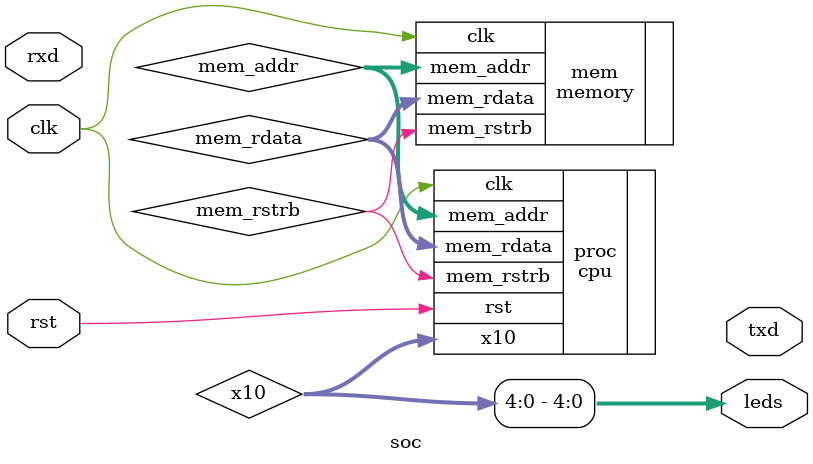
<source format=v>
module soc (
    input clk,
    input rst,
    output [4:0] leds,
    input rxd,
    output txd
);

  wire [31:0] mem_addr;
  wire [31:0] mem_rdata;
  wire mem_rstrb;
  wire [31:0] x10;

  cpu proc (
      .clk(clk),
      .rst(rst),
      .mem_addr(mem_addr),
      .mem_rstrb(mem_rstrb),
      .mem_rdata(mem_rdata),
      .x10(x10)
  );

  memory mem (
      .clk(clk),
      .mem_addr(mem_addr),
      .mem_rstrb(mem_rstrb),
      .mem_rdata(mem_rdata)
  );

  assign leds = x10[4:0];

endmodule

</source>
